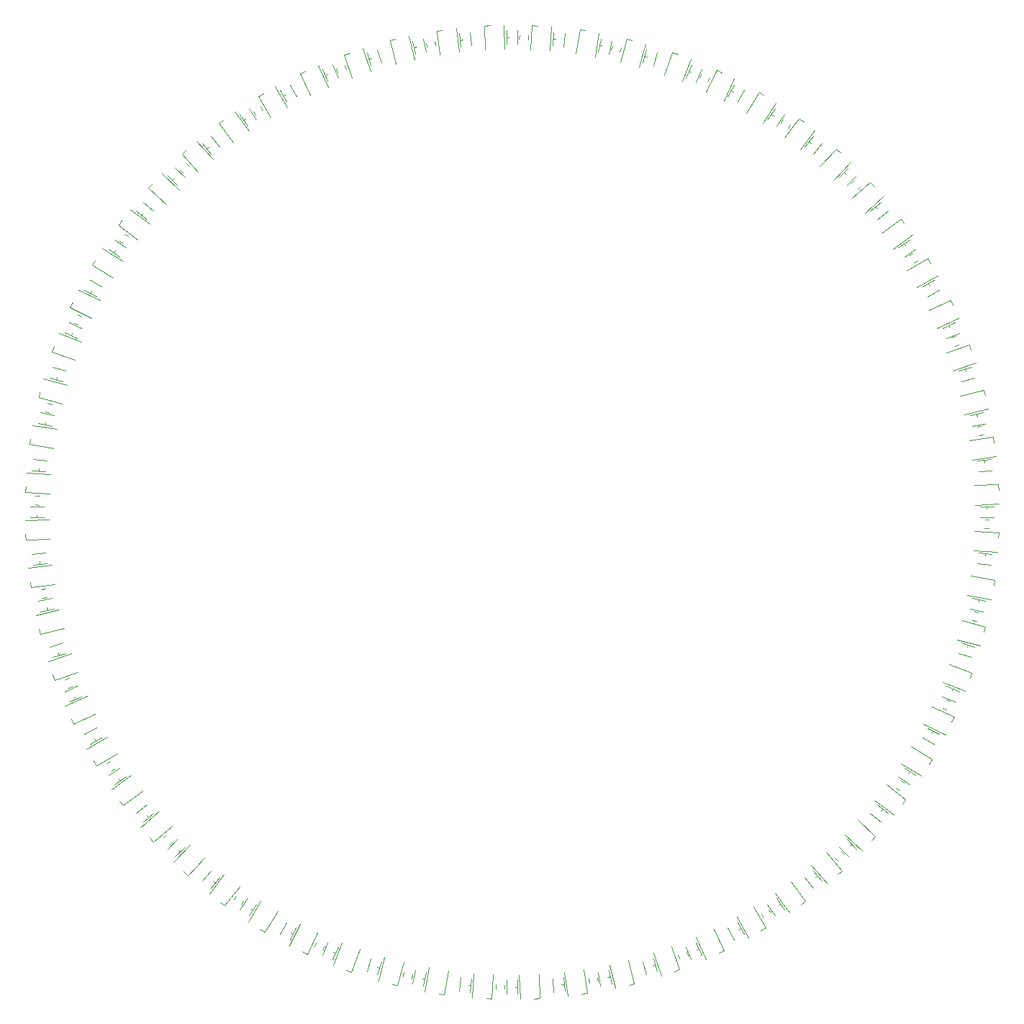
<source format=gbr>
%TF.GenerationSoftware,KiCad,Pcbnew,7.0.11*%
%TF.CreationDate,2025-01-20T01:48:30+09:00*%
%TF.ProjectId,Line,4c696e65-2e6b-4696-9361-645f70636258,rev?*%
%TF.SameCoordinates,Original*%
%TF.FileFunction,Legend,Bot*%
%TF.FilePolarity,Positive*%
%FSLAX46Y46*%
G04 Gerber Fmt 4.6, Leading zero omitted, Abs format (unit mm)*
G04 Created by KiCad (PCBNEW 7.0.11) date 2025-01-20 01:48:30*
%MOMM*%
%LPD*%
G01*
G04 APERTURE LIST*
%ADD10C,0.120000*%
%ADD11C,0.100000*%
G04 APERTURE END LIST*
D10*
%TO.C,D54*%
X95464441Y-108170130D02*
X98278605Y-107787920D01*
X95773977Y-110449206D02*
X95686500Y-109805119D01*
X95773977Y-110449206D02*
X98588141Y-110066996D01*
D11*
%TO.C,Q6*%
X164095195Y-46136255D02*
X163783050Y-47705512D01*
X162664102Y-46667266D02*
X162958337Y-46725793D01*
X162820174Y-45882638D02*
X162508029Y-47451895D01*
D10*
%TO.C,D46*%
X96382578Y-113718975D02*
X99145728Y-113062770D01*
X96914012Y-115956736D02*
X96763824Y-115324325D01*
X96914012Y-115956736D02*
X99677162Y-115300531D01*
%TO.C,D45*%
X121358575Y-149778418D02*
X122848410Y-147360569D01*
X123316692Y-150984975D02*
X122763311Y-150643991D01*
X123316692Y-150984975D02*
X124806527Y-148567126D01*
%TO.C,D50*%
X209331911Y-95029870D02*
X206517747Y-95412080D01*
X209022375Y-92750794D02*
X209109852Y-93394881D01*
X209022375Y-92750794D02*
X206208211Y-93133004D01*
D11*
%TO.C,Q62*%
X162816597Y-157318072D02*
X162504452Y-155748815D01*
X163935546Y-156279826D02*
X163641310Y-156338353D01*
X164091618Y-157064455D02*
X163779473Y-155495198D01*
%TO.C,Q34*%
X209078175Y-102251823D02*
X207478175Y-102251823D01*
X208278175Y-100951823D02*
X208278175Y-101251823D01*
X209078175Y-100951823D02*
X207478175Y-100951823D01*
%TO.C,Q2*%
X153050000Y-44920000D02*
X153050000Y-46520000D01*
X151750000Y-45720000D02*
X152050000Y-45720000D01*
X151750000Y-44920000D02*
X151750000Y-46520000D01*
%TO.C,Q37*%
X96934432Y-89902983D02*
X98503689Y-90215128D01*
X97465443Y-91334076D02*
X97523970Y-91039841D01*
X96680815Y-91178004D02*
X98250072Y-91490149D01*
%TO.C,Q24*%
X202692740Y-75456090D02*
X201281666Y-76210325D01*
X201374388Y-74686710D02*
X201515807Y-74951286D01*
X202079925Y-74309592D02*
X200668851Y-75063827D01*
D10*
%TO.C,R33*%
X122189554Y-54868598D02*
X121935687Y-54467702D01*
X123072423Y-54309522D02*
X122818556Y-53908626D01*
%TO.C,D34*%
X206956176Y-84048892D02*
X204270651Y-84972773D01*
X206207963Y-81873995D02*
X206419414Y-82488640D01*
X206207963Y-81873995D02*
X203522438Y-82797876D01*
%TO.C,D64*%
X151440165Y-44296432D02*
X151544698Y-47134507D01*
X149141724Y-44381089D02*
X149791284Y-44357164D01*
X149141724Y-44381089D02*
X149246257Y-47219164D01*
D11*
%TO.C,Q59*%
X136568595Y-47171410D02*
X137033050Y-48702515D01*
X135556800Y-48314333D02*
X135843882Y-48227247D01*
X135324572Y-47548780D02*
X135789028Y-49079885D01*
D10*
%TO.C,R3*%
X140714807Y-156004816D02*
X140610842Y-156467803D01*
X139695198Y-155775859D02*
X139591233Y-156238846D01*
D11*
%TO.C,Q19*%
X108170433Y-137053545D02*
X109407250Y-136038516D01*
X109613553Y-137550944D02*
X109423235Y-137319041D01*
X108995144Y-138058459D02*
X110231961Y-137043429D01*
%TO.C,Q23*%
X102103614Y-127743911D02*
X103514688Y-126989676D01*
X103421966Y-128513291D02*
X103280547Y-128248715D01*
X102716429Y-128890409D02*
X104127503Y-128136174D01*
D10*
%TO.C,D61*%
X112555850Y-142797158D02*
X114488757Y-140716420D01*
X114240955Y-144362540D02*
X113764730Y-143920150D01*
X114240955Y-144362540D02*
X116173862Y-142281802D01*
D11*
%TO.C,Q56*%
X178542086Y-151894563D02*
X177787851Y-150483489D01*
X179311466Y-150576211D02*
X179046890Y-150717630D01*
X179688584Y-151281748D02*
X178934349Y-149870674D01*
D10*
%TO.C,D30*%
X99823196Y-124414214D02*
X102405234Y-123231554D01*
X100780984Y-126505300D02*
X100510305Y-125914341D01*
X100780984Y-126505300D02*
X103363022Y-125322640D01*
%TO.C,D38*%
X97840176Y-119151108D02*
X100525701Y-118227227D01*
X98588389Y-121326005D02*
X98376938Y-120711360D01*
X98588389Y-121326005D02*
X101273914Y-120402124D01*
D11*
%TO.C,Q42*%
X204514226Y-123892703D02*
X203036018Y-123280409D01*
X204272610Y-122385513D02*
X204157805Y-122662677D01*
X205011714Y-122691659D02*
X203533507Y-122079366D01*
%TO.C,Q46*%
X199163740Y-133631692D02*
X197833389Y-132742779D01*
X199220806Y-132106325D02*
X199054135Y-132355766D01*
X199885981Y-132550781D02*
X198555630Y-131661869D01*
D10*
%TO.C,D21*%
X136680587Y-156714192D02*
X137404405Y-153967979D01*
X138904633Y-157300383D02*
X138276098Y-157134720D01*
X138904633Y-157300383D02*
X139628451Y-154554170D01*
%TO.C,D53*%
X116785730Y-146504013D02*
X118505381Y-144243836D01*
X118616155Y-147896688D02*
X118098861Y-147503106D01*
X118616155Y-147896688D02*
X120335806Y-145636511D01*
%TO.C,D32*%
X129583962Y-49025020D02*
X130766622Y-51607058D01*
X127492876Y-49982808D02*
X128083835Y-49712129D01*
X127492876Y-49982808D02*
X128675536Y-52564846D01*
%TO.C,D20*%
X180255782Y-151685633D02*
X178825733Y-149231950D01*
X182242919Y-150527494D02*
X181681337Y-150854794D01*
X182242919Y-150527494D02*
X180812870Y-148073811D01*
%TO.C,D11*%
X208787571Y-111839769D02*
X205983635Y-111388612D01*
X209152945Y-109568976D02*
X209049687Y-110210722D01*
X209152945Y-109568976D02*
X206349009Y-109117819D01*
%TO.C,R36*%
X172909514Y-153326891D02*
X173080284Y-153769613D01*
X171934532Y-153702969D02*
X172105302Y-154145691D01*
%TO.C,D23*%
X97283984Y-85882411D02*
X100030197Y-86606229D01*
X96697793Y-88106457D02*
X96863456Y-87477922D01*
X96697793Y-88106457D02*
X99444006Y-88830275D01*
D11*
%TO.C,Q61*%
X141979753Y-45881929D02*
X142291898Y-47451186D01*
X140860804Y-46920175D02*
X141155040Y-46861648D01*
X140704732Y-46135546D02*
X141016877Y-47704803D01*
%TO.C,Q44*%
X202078206Y-128893624D02*
X200667132Y-128139389D01*
X201985484Y-127370009D02*
X201844065Y-127634585D01*
X202691021Y-127747126D02*
X201279947Y-126992891D01*
D10*
%TO.C,D60*%
X153356187Y-158903568D02*
X153251654Y-156065493D01*
X155654628Y-158818911D02*
X155005068Y-158842836D01*
X155654628Y-158818911D02*
X155550095Y-155980836D01*
%TO.C,D2*%
X196086678Y-64506448D02*
X193959130Y-66387709D01*
X194563122Y-62783435D02*
X194993692Y-63270373D01*
X194563122Y-62783435D02*
X192435574Y-64664696D01*
%TO.C,D39*%
X101409337Y-75432174D02*
X103961572Y-76677844D01*
X100400520Y-77499126D02*
X100685620Y-76914987D01*
X100400520Y-77499126D02*
X102952755Y-78744796D01*
%TO.C,R1*%
X151553153Y-157238755D02*
X151541510Y-157713128D01*
X150508468Y-157213114D02*
X150496825Y-157687487D01*
D11*
%TO.C,Q36*%
X208741356Y-107804296D02*
X207149060Y-107647468D01*
X208072630Y-106432142D02*
X208043225Y-106730697D01*
X208868778Y-106510555D02*
X207276483Y-106353728D01*
%TO.C,Q27*%
X97969585Y-117429580D02*
X99500690Y-116965125D01*
X99112508Y-118441375D02*
X99025422Y-118154293D01*
X98346955Y-118673603D02*
X99878060Y-118209147D01*
%TO.C,Q60*%
X168227755Y-156028591D02*
X167763300Y-154497486D01*
X169239550Y-154885668D02*
X168952468Y-154972754D01*
X169471778Y-155651221D02*
X169007322Y-154120116D01*
D10*
%TO.C,D24*%
X124540570Y-51514367D02*
X125970619Y-53968050D01*
X122553433Y-52672506D02*
X123115015Y-52345206D01*
X122553433Y-52672506D02*
X123983482Y-55126189D01*
%TO.C,D22*%
X102312543Y-129457606D02*
X104766226Y-128027557D01*
X103470682Y-131444743D02*
X103143382Y-130883161D01*
X103470682Y-131444743D02*
X105924365Y-130014694D01*
%TO.C,R29*%
X191143206Y-141540066D02*
X191470400Y-141883738D01*
X190386358Y-142260626D02*
X190713552Y-142604298D01*
%TO.C,D12*%
X185030890Y-148713934D02*
X183367224Y-146412235D01*
X186894942Y-147366599D02*
X186368145Y-147747367D01*
X186894942Y-147366599D02*
X185231276Y-145064900D01*
D11*
%TO.C,Q55*%
X126254265Y-51305439D02*
X127008500Y-52716513D01*
X125484885Y-52623791D02*
X125749461Y-52482372D01*
X125107767Y-51918254D02*
X125862002Y-53329328D01*
D10*
%TO.C,D62*%
X95094608Y-102558011D02*
X97932683Y-102453478D01*
X95179265Y-104856452D02*
X95155340Y-104206892D01*
X95179265Y-104856452D02*
X98017340Y-104751919D01*
D11*
%TO.C,Q12*%
X179691801Y-51919970D02*
X178937566Y-53331044D01*
X178168186Y-52012692D02*
X178432762Y-52154111D01*
X178545303Y-51307155D02*
X177791068Y-52718229D01*
%TO.C,Q64*%
X157305103Y-158070958D02*
X157148276Y-156478663D01*
X158520430Y-157147388D02*
X158221875Y-157176793D01*
X158598844Y-157943536D02*
X158442016Y-156351240D01*
%TO.C,Q49*%
X112780273Y-61060282D02*
X113911644Y-62191653D01*
X112426719Y-62545206D02*
X112638851Y-62333074D01*
X111861034Y-61979521D02*
X112992405Y-63110892D01*
D10*
%TO.C,R6*%
X174470906Y-50519856D02*
X174663205Y-50086052D01*
X175426249Y-50943346D02*
X175618548Y-50509542D01*
%TO.C,D6*%
X108709674Y-138693552D02*
X110837222Y-136812291D01*
X110233230Y-140416565D02*
X109802660Y-139929627D01*
X110233230Y-140416565D02*
X112360778Y-138535304D01*
%TO.C,D48*%
X140279201Y-45584402D02*
X140935406Y-48347552D01*
X138041440Y-46115836D02*
X138673851Y-45965648D01*
X138041440Y-46115836D02*
X138697645Y-48878986D01*
%TO.C,D35*%
X203387015Y-127767826D02*
X200834780Y-126522156D01*
X204395832Y-125700874D02*
X204110732Y-126285013D01*
X204395832Y-125700874D02*
X201843597Y-124455204D01*
%TO.C,R16*%
X207132715Y-91574197D02*
X207600246Y-91493079D01*
X207311356Y-92603815D02*
X207778887Y-92522697D01*
D11*
%TO.C,Q17*%
X111858457Y-141217903D02*
X112989828Y-140086532D01*
X113343381Y-141571457D02*
X113131249Y-141359325D01*
X112777696Y-142137142D02*
X113909067Y-141005771D01*
D10*
%TO.C,R7*%
X120784330Y-147392464D02*
X120511101Y-147780422D01*
X119929951Y-146790748D02*
X119656722Y-147178706D01*
D11*
%TO.C,Q53*%
X121450426Y-54110172D02*
X122339338Y-55440523D01*
X120813972Y-55497589D02*
X121063412Y-55330918D01*
X120369515Y-54832413D02*
X121258428Y-56162764D01*
%TO.C,Q3*%
X146193880Y-157943179D02*
X146350708Y-156350883D01*
X147566034Y-157274453D02*
X147267479Y-157245048D01*
X147487621Y-158070601D02*
X147644448Y-156478306D01*
D10*
%TO.C,D56*%
X145828046Y-44666265D02*
X146210256Y-47480429D01*
X143548970Y-44975801D02*
X144193057Y-44888324D01*
X143548970Y-44975801D02*
X143931180Y-47789965D01*
D11*
%TO.C,Q11*%
X125104553Y-151280029D02*
X125858788Y-149868955D01*
X126628168Y-151187307D02*
X126363592Y-151045888D01*
X126251051Y-151892844D02*
X127005286Y-150481770D01*
D10*
%TO.C,D14*%
X105284242Y-134232714D02*
X107585941Y-132569048D01*
X106631577Y-136096766D02*
X106250809Y-135569969D01*
X106631577Y-136096766D02*
X108933276Y-134433100D01*
D11*
%TO.C,Q35*%
X96054997Y-95395705D02*
X97647293Y-95552533D01*
X96723723Y-96767859D02*
X96753128Y-96469304D01*
X95927575Y-96689446D02*
X97519870Y-96846273D01*
%TO.C,Q52*%
X187851721Y-145827744D02*
X186836692Y-144590927D01*
X188349120Y-144384624D02*
X188117217Y-144574942D01*
X188856635Y-145003033D02*
X187841605Y-143766216D01*
%TO.C,Q1*%
X151746353Y-158279998D02*
X151746353Y-156679998D01*
X153046353Y-157479998D02*
X152746353Y-157479998D01*
X153046353Y-158279998D02*
X153046353Y-156679998D01*
%TO.C,Q18*%
X192937897Y-61982097D02*
X191806526Y-63113468D01*
X191452973Y-61628543D02*
X191665105Y-61840675D01*
X192018658Y-61062858D02*
X190887287Y-62194229D01*
D10*
%TO.C,D40*%
X134847068Y-47042000D02*
X135770949Y-49727525D01*
X132672171Y-47790213D02*
X133286816Y-47578762D01*
X132672171Y-47790213D02*
X133596052Y-50475738D01*
%TO.C,D55*%
X107494163Y-65987554D02*
X109754340Y-67707205D01*
X106101488Y-67817979D02*
X106495070Y-67300685D01*
X106101488Y-67817979D02*
X108361665Y-69537630D01*
%TO.C,D52*%
X158968306Y-158533735D02*
X158586096Y-155719571D01*
X161247382Y-158224199D02*
X160603295Y-158311676D01*
X161247382Y-158224199D02*
X160865172Y-155410035D01*
%TO.C,D5*%
X147734842Y-158721538D02*
X147908993Y-155886882D01*
X150030513Y-158862576D02*
X149381737Y-158822717D01*
X150030513Y-158862576D02*
X150204664Y-156027920D01*
%TO.C,R11*%
X105666773Y-131808624D02*
X105265877Y-132062491D01*
X105107697Y-130925755D02*
X104706801Y-131179622D01*
%TO.C,R28*%
X113653159Y-61659938D02*
X113325960Y-61316273D01*
X114409994Y-60939365D02*
X114082795Y-60595700D01*
%TO.C,D15*%
X96008781Y-91360231D02*
X98812717Y-91811388D01*
X95643407Y-93631024D02*
X95746665Y-92989278D01*
X95643407Y-93631024D02*
X98447343Y-94082181D01*
D11*
%TO.C,Q31*%
X96680104Y-112018422D02*
X98249361Y-111706277D01*
X97718350Y-113137371D02*
X97659823Y-112843135D01*
X96933721Y-113293443D02*
X98502978Y-112981298D01*
D10*
%TO.C,D17*%
X168115765Y-46485808D02*
X167391947Y-49232021D01*
X165891719Y-45899617D02*
X166520254Y-46065280D01*
X165891719Y-45899617D02*
X165167901Y-48645830D01*
D11*
%TO.C,Q10*%
X174690880Y-49483950D02*
X174078586Y-50962158D01*
X173183690Y-49725566D02*
X173460854Y-49840371D01*
X173489836Y-48986462D02*
X172877543Y-50464669D01*
D10*
%TO.C,R10*%
X192338244Y-62854969D02*
X192681916Y-62527775D01*
X193058804Y-63611817D02*
X193402476Y-63284623D01*
D11*
%TO.C,Q29*%
X95927218Y-106506928D02*
X97519513Y-106350101D01*
X96850788Y-107722255D02*
X96821383Y-107423700D01*
X96054640Y-107800669D02*
X97646936Y-107643841D01*
%TO.C,Q9*%
X130105474Y-153716049D02*
X130717768Y-152237841D01*
X131612664Y-153474433D02*
X131335500Y-153359628D01*
X131306518Y-154213537D02*
X131918811Y-152735330D01*
%TO.C,Q63*%
X147491247Y-45129043D02*
X147648074Y-46721338D01*
X146275920Y-46052613D02*
X146574475Y-46023208D01*
X146197506Y-45256465D02*
X146354334Y-46848761D01*
D10*
%TO.C,R17*%
X96759422Y-100754976D02*
X96285049Y-100743333D01*
X96785063Y-99710291D02*
X96310690Y-99698648D01*
D11*
%TO.C,Q47*%
X108997456Y-65138725D02*
X110234273Y-66153755D01*
X108791153Y-66651154D02*
X108981471Y-66419250D01*
X108172745Y-66143639D02*
X109409562Y-67158668D01*
D10*
%TO.C,D63*%
X111201018Y-61757674D02*
X113281756Y-63690581D01*
X109635636Y-63442779D02*
X110078026Y-62966554D01*
X109635636Y-63442779D02*
X111716374Y-65375686D01*
D11*
%TO.C,Q13*%
X120366485Y-148365563D02*
X121255398Y-147035212D01*
X121891852Y-148422629D02*
X121642411Y-148255958D01*
X121447396Y-149087804D02*
X122336308Y-147757453D01*
%TO.C,Q41*%
X100282127Y-79307299D02*
X101760335Y-79919593D01*
X100523743Y-80814489D02*
X100638548Y-80537325D01*
X99784639Y-80508343D02*
X101262846Y-81120636D01*
D10*
%TO.C,D51*%
X197302189Y-137212446D02*
X195042012Y-135492795D01*
X198694864Y-135382021D02*
X198301282Y-135899315D01*
X198694864Y-135382021D02*
X196434687Y-133662370D01*
%TO.C,D19*%
X207512368Y-117317589D02*
X204766155Y-116593771D01*
X208098559Y-115093543D02*
X207932896Y-115722078D01*
X208098559Y-115093543D02*
X205352346Y-114369725D01*
%TO.C,R12*%
X199129588Y-71391364D02*
X199530487Y-71137505D01*
X199688649Y-72274243D02*
X200089548Y-72020384D01*
%TO.C,D10*%
X199512110Y-68967286D02*
X197210411Y-70630952D01*
X198164775Y-67103234D02*
X198545543Y-67630031D01*
X198164775Y-67103234D02*
X195863076Y-68766900D01*
%TO.C,D13*%
X142158407Y-157989395D02*
X142609564Y-155185459D01*
X144429200Y-158354769D02*
X143787454Y-158251511D01*
X144429200Y-158354769D02*
X144880357Y-155550833D01*
%TO.C,D29*%
X131354136Y-154908210D02*
X132343645Y-152246167D01*
X133510015Y-155709573D02*
X132900745Y-155483101D01*
X133510015Y-155709573D02*
X134499524Y-153047530D01*
%TO.C,R14*%
X204125069Y-81088661D02*
X204567791Y-80917891D01*
X204501147Y-82063643D02*
X204943869Y-81892873D01*
D11*
%TO.C,Q7*%
X135321085Y-155650163D02*
X135785541Y-154119058D01*
X136797335Y-155261980D02*
X136510253Y-155174895D01*
X136565108Y-156027533D02*
X137029563Y-154496428D01*
%TO.C,Q51*%
X116944631Y-57372258D02*
X117959660Y-58609075D01*
X116447232Y-58815378D02*
X116679135Y-58625060D01*
X115939717Y-58196969D02*
X116954747Y-59433786D01*
D10*
%TO.C,D25*%
X173442216Y-48291790D02*
X172452707Y-50953833D01*
X171286337Y-47490427D02*
X171895607Y-47716899D01*
X171286337Y-47490427D02*
X170296828Y-50152470D01*
%TO.C,R23*%
X106605714Y-69986154D02*
X106217756Y-69712925D01*
X107207430Y-69131775D02*
X106819472Y-68858546D01*
%TO.C,R2*%
X153243198Y-45961239D02*
X153254843Y-45486866D01*
X154287883Y-45986884D02*
X154299528Y-45512511D01*
%TO.C,D27*%
X205706386Y-122644040D02*
X203044343Y-121654531D01*
X206507749Y-120488161D02*
X206281277Y-121097431D01*
X206507749Y-120488161D02*
X203845706Y-119498652D01*
D11*
%TO.C,Q28*%
X206826768Y-85770421D02*
X205295663Y-86234876D01*
X205683845Y-84758626D02*
X205770931Y-85045708D01*
X206449398Y-84526398D02*
X204918293Y-84990854D01*
D10*
%TO.C,R8*%
X184012026Y-55807523D02*
X184285262Y-55419570D01*
X184866394Y-56409254D02*
X185139630Y-56021301D01*
%TO.C,D7*%
X95276638Y-96936666D02*
X98111294Y-97110817D01*
X95135600Y-99232337D02*
X95175459Y-98583561D01*
X95135600Y-99232337D02*
X97970256Y-99406488D01*
%TO.C,D31*%
X99089966Y-80555960D02*
X101752009Y-81545469D01*
X98288603Y-82711839D02*
X98515075Y-82102569D01*
X98288603Y-82711839D02*
X100950646Y-83701348D01*
D11*
%TO.C,Q48*%
X195798896Y-138061277D02*
X194562079Y-137046247D01*
X196005199Y-136548848D02*
X195814881Y-136780752D01*
X196623607Y-137056363D02*
X195386790Y-136041334D01*
%TO.C,Q39*%
X98348013Y-84522910D02*
X99879118Y-84987366D01*
X98736196Y-85999160D02*
X98823281Y-85712078D01*
X97970643Y-85766933D02*
X99501748Y-86231388D01*
D10*
%TO.C,R35*%
X131886848Y-49873118D02*
X131716070Y-49430399D01*
X132861824Y-49497023D02*
X132691046Y-49054304D01*
%TO.C,R9*%
X112458114Y-140345019D02*
X112114449Y-140672218D01*
X111737541Y-139588184D02*
X111393876Y-139915383D01*
D11*
%TO.C,Q5*%
X140701158Y-157063744D02*
X141013303Y-155494487D01*
X142132251Y-156532733D02*
X141838016Y-156474206D01*
X141976179Y-157317361D02*
X142288324Y-155748104D01*
D10*
%TO.C,D18*%
X202483809Y-73742394D02*
X200030126Y-75172443D01*
X201325670Y-71755257D02*
X201652970Y-72316839D01*
X201325670Y-71755257D02*
X198871987Y-73185306D01*
%TO.C,R4*%
X164081543Y-47195170D02*
X164185516Y-46732185D01*
X165101148Y-47424145D02*
X165205121Y-46961160D01*
%TO.C,D36*%
X169949284Y-156158000D02*
X169025403Y-153472475D01*
X172124181Y-155409787D02*
X171509536Y-155621238D01*
X172124181Y-155409787D02*
X171200300Y-152724262D01*
%TO.C,R19*%
X97993361Y-89916630D02*
X97530374Y-89812665D01*
X98222318Y-88897021D02*
X97759331Y-88793056D01*
D11*
%TO.C,Q32*%
X208869135Y-96693073D02*
X207276840Y-96849900D01*
X207945565Y-95477746D02*
X207974970Y-95776301D01*
X208741713Y-95399332D02*
X207149417Y-95556160D01*
D10*
%TO.C,R37*%
X142372381Y-46865474D02*
X142291255Y-46397944D01*
X143401995Y-46686814D02*
X143320869Y-46219284D01*
%TO.C,R20*%
X206803004Y-113283367D02*
X207265989Y-113387340D01*
X206574029Y-114302972D02*
X207037014Y-114406945D01*
%TO.C,D4*%
X189491728Y-145288502D02*
X187610467Y-143160954D01*
X191214741Y-143764946D02*
X190727803Y-144195516D01*
X191214741Y-143764946D02*
X189333480Y-141637398D01*
D11*
%TO.C,Q22*%
X199888007Y-70652251D02*
X198557656Y-71541163D01*
X198500590Y-70015797D02*
X198667261Y-70265237D01*
X199165766Y-69571340D02*
X197835415Y-70460253D01*
D10*
%TO.C,D33*%
X178566002Y-50611161D02*
X177320332Y-53163396D01*
X176499050Y-49602344D02*
X177083189Y-49887444D01*
X176499050Y-49602344D02*
X175253380Y-52154579D01*
D11*
%TO.C,Q45*%
X105632613Y-69568310D02*
X106962964Y-70457223D01*
X105575547Y-71093677D02*
X105742218Y-70844236D01*
X104910372Y-70649221D02*
X106240723Y-71538133D01*
%TO.C,Q21*%
X104908347Y-132547750D02*
X106238698Y-131658838D01*
X106295764Y-133184204D02*
X106129093Y-132934764D01*
X105630588Y-133628661D02*
X106960939Y-132739748D01*
D10*
%TO.C,R22*%
X203478319Y-123672729D02*
X203912123Y-123865028D01*
X203054829Y-124628072D02*
X203488633Y-124820371D01*
D11*
%TO.C,Q40*%
X206448340Y-118677091D02*
X204917235Y-118212635D01*
X206060157Y-117200841D02*
X205973072Y-117487923D01*
X206825710Y-117433068D02*
X205294605Y-116968613D01*
%TO.C,Q20*%
X196625921Y-66146455D02*
X195389104Y-67161484D01*
X195182801Y-65649056D02*
X195373119Y-65880959D01*
X195801210Y-65141541D02*
X194564393Y-66156571D01*
D10*
%TO.C,D59*%
X193595334Y-141442326D02*
X191514596Y-139509419D01*
X195160716Y-139757221D02*
X194718326Y-140233446D01*
X195160716Y-139757221D02*
X193079978Y-137824314D01*
%TO.C,D3*%
X209519714Y-106263334D02*
X206685058Y-106089183D01*
X209660752Y-103967663D02*
X209620893Y-104616439D01*
X209660752Y-103967663D02*
X206826096Y-103793512D01*
%TO.C,R21*%
X101318047Y-79527270D02*
X100884239Y-79334979D01*
X101741521Y-78571919D02*
X101307713Y-78379628D01*
D11*
%TO.C,Q15*%
X115936900Y-145000720D02*
X116951930Y-143763903D01*
X117449329Y-145207023D02*
X117217425Y-145016705D01*
X116941814Y-145825431D02*
X117956843Y-144588614D01*
D10*
%TO.C,D58*%
X209701744Y-100641989D02*
X206863669Y-100746522D01*
X209617087Y-98343548D02*
X209641012Y-98993108D01*
X209617087Y-98343548D02*
X206779012Y-98448081D01*
%TO.C,D49*%
X188010622Y-56695987D02*
X186290971Y-58956164D01*
X186180197Y-55303312D02*
X186697491Y-55696894D01*
X186180197Y-55303312D02*
X184460546Y-57563489D01*
D11*
%TO.C,Q26*%
X205013109Y-80511710D02*
X203534902Y-81124003D01*
X203776517Y-79616813D02*
X203891322Y-79893977D01*
X204515621Y-79310666D02*
X203037413Y-79922960D01*
D10*
%TO.C,D57*%
X192240502Y-60402842D02*
X190307595Y-62483580D01*
X190555397Y-58837460D02*
X191031622Y-59279850D01*
X190555397Y-58837460D02*
X188622490Y-60918198D01*
%TO.C,D41*%
X183437777Y-53421582D02*
X181947942Y-55839431D01*
X181479660Y-52215025D02*
X182033041Y-52556009D01*
X181479660Y-52215025D02*
X179989825Y-54632874D01*
D11*
%TO.C,Q4*%
X158602473Y-45256820D02*
X158445645Y-46849116D01*
X157230319Y-45925546D02*
X157528874Y-45954951D01*
X157308732Y-45129398D02*
X157151905Y-46721693D01*
D10*
%TO.C,R15*%
X97663649Y-111625796D02*
X97196119Y-111706922D01*
X97484989Y-110596182D02*
X97017459Y-110677308D01*
%TO.C,R5*%
X130325447Y-152680131D02*
X130133156Y-153113939D01*
X129370096Y-152256657D02*
X129177805Y-152690465D01*
%TO.C,D28*%
X175212390Y-154174980D02*
X174029730Y-151592942D01*
X177303476Y-153217192D02*
X176712517Y-153487871D01*
X177303476Y-153217192D02*
X176120816Y-150635154D01*
%TO.C,D16*%
X119765462Y-54486066D02*
X121429128Y-56787765D01*
X117901410Y-55833401D02*
X118428207Y-55452633D01*
X117901410Y-55833401D02*
X119565076Y-58135100D01*
D11*
%TO.C,Q50*%
X192016079Y-142139720D02*
X190884708Y-141008349D01*
X192369633Y-140654796D02*
X192157501Y-140866928D01*
X192935318Y-141220481D02*
X191803947Y-140089110D01*
D10*
%TO.C,R38*%
X162423979Y-156334537D02*
X162505097Y-156802068D01*
X161394361Y-156513178D02*
X161475479Y-156980709D01*
D11*
%TO.C,Q14*%
X184429869Y-54834436D02*
X183540956Y-56164787D01*
X182904502Y-54777370D02*
X183153943Y-54944041D01*
X183348958Y-54112195D02*
X182460046Y-55442546D01*
%TO.C,Q57*%
X131309884Y-48985069D02*
X131922177Y-50463276D01*
X130414987Y-50221661D02*
X130692151Y-50106856D01*
X130108840Y-49482557D02*
X130721134Y-50960765D01*
D10*
%TO.C,R18*%
X208036942Y-102445019D02*
X208511315Y-102456670D01*
X208011283Y-103489704D02*
X208485656Y-103501355D01*
D11*
%TO.C,Q58*%
X173486466Y-154214932D02*
X172874173Y-152736725D01*
X174381363Y-152978340D02*
X174104199Y-153093145D01*
X174687510Y-153717444D02*
X174075216Y-152239236D01*
D10*
%TO.C,D44*%
X164517151Y-157615598D02*
X163860946Y-154852448D01*
X166754912Y-157084164D02*
X166122501Y-157234352D01*
X166754912Y-157084164D02*
X166098707Y-154321014D01*
%TO.C,D37*%
X126230350Y-152588839D02*
X127476020Y-150036604D01*
X128297302Y-153597656D02*
X127713163Y-153312556D01*
X128297302Y-153597656D02*
X129542972Y-151045421D01*
D11*
%TO.C,Q8*%
X169475268Y-47549836D02*
X169010812Y-49080941D01*
X167999018Y-47938019D02*
X168286100Y-48025104D01*
X168231245Y-47172466D02*
X167766790Y-48703571D01*
D10*
%TO.C,D9*%
X162637945Y-45210605D02*
X162186788Y-48014541D01*
X160367152Y-44845231D02*
X161008898Y-44948489D01*
X160367152Y-44845231D02*
X159915995Y-47649167D01*
%TO.C,D26*%
X204973156Y-78785786D02*
X202391118Y-79968446D01*
X204015368Y-76694700D02*
X204286047Y-77285659D01*
X204015368Y-76694700D02*
X201433330Y-77877360D01*
%TO.C,D43*%
X200576594Y-132639601D02*
X198158745Y-131149766D01*
X201783151Y-130681484D02*
X201442167Y-131234865D01*
X201783151Y-130681484D02*
X199365302Y-129191649D01*
%TO.C,R24*%
X198190652Y-133213849D02*
X198578605Y-133487085D01*
X197588921Y-134068217D02*
X197976874Y-134341453D01*
%TO.C,D47*%
X104219758Y-70560399D02*
X106637607Y-72050234D01*
X103013201Y-72518516D02*
X103354185Y-71965135D01*
X103013201Y-72518516D02*
X105431050Y-74008351D01*
D11*
%TO.C,Q38*%
X207861921Y-113297018D02*
X206292664Y-112984873D01*
X207330910Y-111865925D02*
X207272383Y-112160160D01*
X208115538Y-112021997D02*
X206546281Y-111709852D01*
D10*
%TO.C,D42*%
X208413774Y-89481025D02*
X205650624Y-90137230D01*
X207882340Y-87243264D02*
X208032528Y-87875675D01*
X207882340Y-87243264D02*
X205119190Y-87899469D01*
%TO.C,R13*%
X100671293Y-122111329D02*
X100228574Y-122282107D01*
X100295198Y-121136353D02*
X99852479Y-121307131D01*
D11*
%TO.C,Q30*%
X208116249Y-91181579D02*
X206546992Y-91493724D01*
X207078003Y-90062630D02*
X207136530Y-90356866D01*
X207862632Y-89906558D02*
X206293375Y-90218703D01*
D10*
%TO.C,D1*%
X157061510Y-44478462D02*
X156887359Y-47313118D01*
X154765839Y-44337424D02*
X155414615Y-44377283D01*
X154765839Y-44337424D02*
X154591688Y-47172080D01*
D11*
%TO.C,Q16*%
X188859454Y-58199280D02*
X187844424Y-59436097D01*
X187347025Y-57992977D02*
X187578929Y-58183295D01*
X187854540Y-57374569D02*
X186839511Y-58611386D01*
%TO.C,Q43*%
X102718147Y-74306378D02*
X104129221Y-75060613D01*
X102810869Y-75829993D02*
X102952288Y-75565417D01*
X102105332Y-75452876D02*
X103516406Y-76207111D01*
%TO.C,Q25*%
X99783244Y-122688291D02*
X101261451Y-122075998D01*
X101019836Y-123583188D02*
X100905031Y-123306024D01*
X100280732Y-123889335D02*
X101758940Y-123277041D01*
%TO.C,Q54*%
X183345925Y-149089830D02*
X182457013Y-147759479D01*
X183982379Y-147702413D02*
X183732939Y-147869084D01*
X184426836Y-148367589D02*
X183537923Y-147037238D01*
%TO.C,Q33*%
X95718178Y-100948178D02*
X97318178Y-100948178D01*
X96518178Y-102248178D02*
X96518178Y-101948178D01*
X95718178Y-102248178D02*
X97318178Y-102248178D01*
D10*
%TO.C,D8*%
X115304624Y-57911498D02*
X117185885Y-60039046D01*
X113581611Y-59435054D02*
X114068549Y-59004484D01*
X113581611Y-59435054D02*
X115462872Y-61562602D01*
%TO.C,R34*%
X182606811Y-148331410D02*
X182860670Y-148732309D01*
X181723932Y-148890471D02*
X181977791Y-149291370D01*
%TD*%
M02*

</source>
